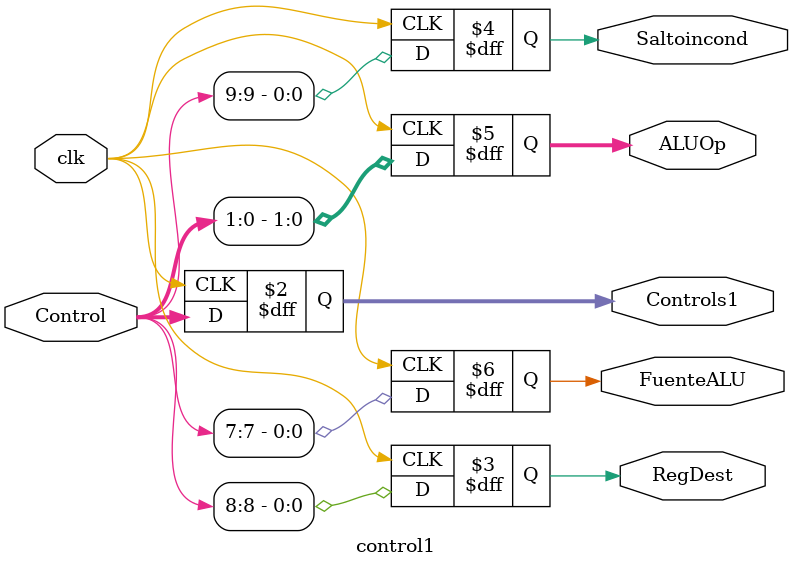
<source format=v>
`timescale 1ns / 1ps


module control1(clk,Control,RegDest,ALUOp,FuenteALU,Controls1,Saltoincond);//,LeerMem);

    input [9:0] Control;
    input  clk;
    output reg [9:0] Controls1;
        
    output reg RegDest;
    output reg Saltoincond;
    //output reg LeerMem;
    //output wire MemaReg;
    output reg [1:0]ALUOp;
    //output wire EscrMem;
    output reg FuenteALU;
    //output wire EscrReg;
    

                                                

always   @(posedge clk)
begin

Controls1 = Control;   
Saltoincond  = Control[9];
RegDest      = Control[8];
FuenteALU    = Control[7];//
//assign MemaReg      = Control[6];
//assign EscrReg      = Control[5];
//assign LeerMem      = Control[4];//
//assign EscrMem      = Control[3];
//assign SaltoCond    = Control[2];
//LeerMem      = Control[4];
ALUOp        = Control[1:0];
    

    

end     
endmodule

</source>
